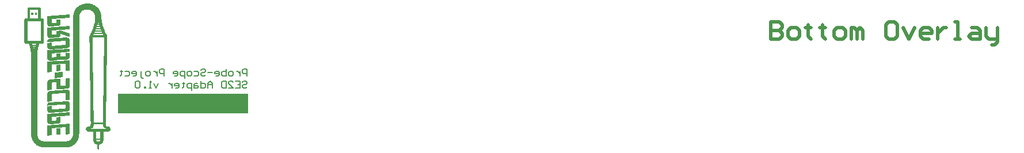
<source format=gbo>
G04 Layer_Color=32896*
%FSLAX25Y25*%
%MOIN*%
G70*
G01*
G75*
%ADD17C,0.02000*%
%ADD31C,0.00800*%
%ADD43R,0.75787X0.11811*%
G36*
X467869Y428079D02*
X468285Y427987D01*
X468702Y427802D01*
X468794Y427709D01*
X468933Y427524D01*
X469118Y427200D01*
X469165Y427015D01*
X469211Y426829D01*
Y423543D01*
Y423497D01*
Y423450D01*
X469165Y423173D01*
X468980Y422849D01*
X468887Y422663D01*
X468702Y422478D01*
X468655D01*
X468609Y422386D01*
X468331Y422247D01*
X467961Y422062D01*
X467452Y421969D01*
X458055Y421367D01*
X457639D01*
X457222Y421460D01*
X456805Y421691D01*
X456759D01*
X456713Y421738D01*
X456528Y421923D01*
X456389Y422200D01*
X456296Y422386D01*
Y422617D01*
Y425070D01*
X458657Y425256D01*
Y423728D01*
Y423682D01*
Y423635D01*
X458749Y423543D01*
X458842Y423450D01*
X458888Y423404D01*
X458935Y423358D01*
X459073Y423311D01*
X459212D01*
X466295Y423774D01*
X466341D01*
X466434Y423821D01*
X466573Y423867D01*
X466711Y424006D01*
X466758D01*
X466804Y424098D01*
X466850Y424191D01*
X466896Y424330D01*
Y425718D01*
Y425765D01*
X466850Y425857D01*
X466804Y425950D01*
X466711Y426089D01*
X466665D01*
X466573Y426135D01*
X466295D01*
X457453Y425533D01*
X456296Y425441D01*
Y426367D01*
Y426413D01*
X456342Y426598D01*
X456435Y426876D01*
X456666Y427107D01*
X456713Y427153D01*
X456898Y427246D01*
X457129Y427339D01*
X457453Y427385D01*
X467452Y428126D01*
X467730D01*
X467869Y428079D01*
D02*
G37*
G36*
X465137Y441874D02*
X460416Y441503D01*
Y444605D01*
X465137Y444929D01*
Y441874D01*
D02*
G37*
G36*
X469211Y419747D02*
X458657Y419006D01*
Y417155D01*
Y417109D01*
Y417062D01*
Y417016D01*
X458703Y416970D01*
X458842Y416831D01*
X458888Y416784D01*
X458935Y416738D01*
X459073Y416692D01*
X459212D01*
X460971Y416784D01*
X461018Y416831D01*
X461064Y416877D01*
X461203D01*
X461295Y416923D01*
X461434Y417016D01*
X461481Y417109D01*
X461527Y417201D01*
X461573Y417340D01*
Y418775D01*
X463934Y418914D01*
Y416553D01*
Y416507D01*
Y416461D01*
X463888Y416229D01*
X463702Y415905D01*
X463610Y415720D01*
X463425Y415535D01*
X463378D01*
X463332Y415442D01*
X463054Y415303D01*
X462684Y415118D01*
X462175Y414979D01*
X458055Y414748D01*
X457639D01*
X457222Y414840D01*
X456990Y414933D01*
X456805Y415072D01*
X456759D01*
X456713Y415118D01*
X456528Y415349D01*
X456389Y415627D01*
X456296Y415812D01*
Y416044D01*
Y420765D01*
X469211Y421645D01*
Y419747D01*
D02*
G37*
G36*
Y469740D02*
X458657Y469000D01*
Y467102D01*
Y467056D01*
Y467009D01*
X458703Y466963D01*
X458842Y466778D01*
X458888Y466731D01*
X458935Y466685D01*
X459073Y466639D01*
X459212D01*
X460971Y466778D01*
X461110D01*
X461203Y466824D01*
X461434Y467009D01*
X461481Y467102D01*
X461527Y467194D01*
X461573Y467287D01*
Y468722D01*
X463934Y468907D01*
X469211Y467380D01*
Y465482D01*
X463934Y467009D01*
Y466546D01*
Y466500D01*
Y466454D01*
X463888Y466222D01*
X463702Y465898D01*
X463610Y465713D01*
X463425Y465528D01*
X463378D01*
X463332Y465435D01*
X463054Y465297D01*
X462684Y465111D01*
X462175Y464972D01*
X458055Y464695D01*
X457777D01*
X457639Y464741D01*
X457222Y464834D01*
X456805Y465065D01*
X456759D01*
X456713Y465111D01*
X456528Y465343D01*
X456389Y465621D01*
X456296Y465806D01*
Y466037D01*
Y470712D01*
X469211Y471638D01*
Y469740D01*
D02*
G37*
G36*
X468285Y464787D02*
X468702Y464602D01*
X468794Y464556D01*
X468933Y464324D01*
X469118Y464047D01*
X469165Y463862D01*
X469211Y463630D01*
Y460297D01*
Y460251D01*
Y460205D01*
X469165Y459973D01*
X468980Y459649D01*
X468887Y459464D01*
X468702Y459325D01*
X468655D01*
X468609Y459233D01*
X468331Y459094D01*
X467961Y458862D01*
X467452Y458723D01*
X458055Y458121D01*
X457639D01*
X457222Y458214D01*
X456805Y458446D01*
X456759D01*
X456713Y458492D01*
X456528Y458677D01*
X456389Y459001D01*
X456296Y459186D01*
Y459371D01*
Y461825D01*
X458657Y462010D01*
Y460482D01*
Y460436D01*
Y460390D01*
X458749Y460297D01*
X458842Y460205D01*
X458888Y460158D01*
X458935Y460112D01*
X459073Y460066D01*
X459212D01*
X466295Y460529D01*
X466341D01*
X466434Y460575D01*
X466711Y460760D01*
X466758D01*
X466804Y460853D01*
X466850Y460945D01*
X466896Y461084D01*
Y462519D01*
Y462565D01*
X466850Y462612D01*
X466804Y462750D01*
X466711Y462843D01*
X466665D01*
X466573Y462889D01*
X466295Y462936D01*
X457453Y462288D01*
X456296Y462195D01*
Y463167D01*
Y463213D01*
X456342Y463399D01*
X456435Y463676D01*
X456666Y463908D01*
X456713Y463954D01*
X456898Y464047D01*
X457129Y464139D01*
X457453Y464232D01*
X467452Y464880D01*
X467869D01*
X468285Y464787D01*
D02*
G37*
G36*
X469211Y436735D02*
Y436689D01*
Y436643D01*
X469165Y436365D01*
X468980Y436041D01*
X468887Y435856D01*
X468702Y435717D01*
X468655D01*
X468609Y435625D01*
X468331Y435486D01*
X467961Y435300D01*
X467452Y435208D01*
X464489Y434976D01*
X463332Y434930D01*
X462453Y434838D01*
X462221D01*
X462036Y434930D01*
X461851Y435023D01*
X461805Y435069D01*
X461712Y435162D01*
X461620Y435300D01*
X461573Y435486D01*
Y438541D01*
Y438587D01*
X461527Y438633D01*
X461481Y438772D01*
X461388Y438865D01*
X461342D01*
X461249Y438911D01*
X461110Y438957D01*
X460971D01*
X459212Y438865D01*
X459166D01*
X459073Y438819D01*
X458842Y438680D01*
X458796Y438633D01*
X458749Y438587D01*
X458703Y438494D01*
X458657Y438356D01*
Y434838D01*
Y434791D01*
X458564Y434653D01*
X458518D01*
X458472Y434606D01*
X458333Y434560D01*
X456296Y434421D01*
Y439096D01*
Y439143D01*
Y439189D01*
X456342Y439467D01*
X456528Y439791D01*
X456620Y439976D01*
X456805Y440161D01*
X456898Y440254D01*
X457129Y440392D01*
X457546Y440578D01*
X458055Y440670D01*
X459212Y440717D01*
X460971Y440855D01*
X462175Y440994D01*
X463054Y441041D01*
X463101D01*
X463286Y440994D01*
X463471Y440948D01*
X463702Y440855D01*
X463749Y440809D01*
X463795Y440717D01*
X463888Y440578D01*
X463934Y440392D01*
Y437291D01*
Y437245D01*
Y437198D01*
X464026Y437106D01*
X464119Y437013D01*
X464165Y436967D01*
X464212Y436921D01*
X464351Y436874D01*
X464489D01*
X466295Y437013D01*
X466434D01*
X466573Y437060D01*
X466711Y437152D01*
X466758Y437198D01*
X466804Y437245D01*
X466850Y437384D01*
X466896Y437523D01*
Y441041D01*
Y441087D01*
X466989Y441226D01*
X467035Y441272D01*
X467174Y441318D01*
X469211Y441457D01*
Y436735D01*
D02*
G37*
G36*
X467869Y434699D02*
X468285Y434606D01*
X468702Y434421D01*
X468794Y434375D01*
X468933Y434143D01*
X469118Y433865D01*
X469165Y433680D01*
X469211Y433449D01*
Y428727D01*
X467174Y428588D01*
X467082D01*
X466989Y428635D01*
X466943Y428681D01*
X466896Y428774D01*
Y432338D01*
Y432384D01*
Y432431D01*
X466850Y432477D01*
X466758Y432569D01*
X466665Y432662D01*
X466619D01*
X466526Y432708D01*
X466295Y432755D01*
X459212Y432292D01*
Y432245D01*
X459073D01*
X459027Y432199D01*
X458796Y432060D01*
X458749Y432014D01*
X458703Y431968D01*
X458657Y431875D01*
Y431736D01*
Y428218D01*
Y428172D01*
X458564Y428079D01*
X458518D01*
X458472Y428033D01*
X458333Y427940D01*
X456296Y427802D01*
Y432523D01*
Y432569D01*
Y432616D01*
X456342Y432894D01*
X456528Y433217D01*
X456620Y433403D01*
X456805Y433588D01*
X456898Y433634D01*
X457129Y433819D01*
X457546Y433958D01*
X458055Y434051D01*
X467452Y434745D01*
X467730D01*
X467869Y434699D01*
D02*
G37*
G36*
X469211Y456548D02*
X458657Y455761D01*
Y453909D01*
Y453863D01*
Y453817D01*
X458749Y453724D01*
X458842Y453631D01*
X458888Y453585D01*
X458935Y453539D01*
X459073Y453492D01*
X459212D01*
X460971Y453631D01*
X461110D01*
X461249Y453678D01*
X461388Y453770D01*
X461434D01*
X461481Y453863D01*
X461527Y453955D01*
X461573Y454094D01*
Y455529D01*
X462453Y455576D01*
X463054Y455622D01*
X463934Y455668D01*
Y454233D01*
Y454187D01*
Y454141D01*
X464026Y454048D01*
X464119Y453955D01*
X464165D01*
X464212Y453909D01*
X464351Y453863D01*
X464489D01*
X466295Y453955D01*
X466341D01*
X466434Y454002D01*
X466711Y454141D01*
X466758Y454187D01*
X466804Y454233D01*
X466850Y454372D01*
X466896Y454511D01*
Y455900D01*
X469211Y456039D01*
Y453724D01*
Y453678D01*
Y453631D01*
X469165Y453354D01*
X468980Y453030D01*
X468887Y452844D01*
X468702Y452659D01*
X468655D01*
X468609Y452567D01*
X468331Y452428D01*
X467961Y452243D01*
X467452Y452150D01*
X464212Y451965D01*
X463656D01*
X463378Y452058D01*
X463286Y452104D01*
X463147Y452150D01*
X462916Y452289D01*
X462730Y452428D01*
X462684Y452382D01*
X462545Y452243D01*
X462360Y452104D01*
X462129Y451965D01*
X462082Y451919D01*
X461897Y451872D01*
X461620Y451780D01*
X461295Y451733D01*
X458055Y451502D01*
X457639D01*
X457222Y451595D01*
X456805Y451826D01*
X456759D01*
X456713Y451872D01*
X456528Y452104D01*
X456389Y452382D01*
X456296Y452567D01*
Y452798D01*
Y457520D01*
X469211Y458399D01*
Y456548D01*
D02*
G37*
G36*
X479950Y484599D02*
X480413Y484553D01*
X480969Y484507D01*
X481524Y484368D01*
X482126Y484229D01*
X482728Y484044D01*
X482774Y483998D01*
X482959Y483951D01*
X483283Y483812D01*
X483607Y483581D01*
X484024Y483350D01*
X484487Y483072D01*
X484950Y482701D01*
X485366Y482331D01*
X485413Y482285D01*
X485551Y482146D01*
X485737Y481868D01*
X485968Y481544D01*
X486246Y481174D01*
X486523Y480711D01*
X486755Y480156D01*
X486986Y479600D01*
Y479507D01*
X487079Y479322D01*
X487125Y478998D01*
X487218Y478582D01*
X487310Y478073D01*
X487403Y477471D01*
X487449Y476869D01*
X487496Y476221D01*
Y476175D01*
Y476128D01*
Y476036D01*
X487542Y475851D01*
X487588Y475573D01*
X487634Y475156D01*
X487727Y474647D01*
X487866Y473953D01*
X487912Y473536D01*
X488005Y473073D01*
Y473027D01*
Y472934D01*
X488051Y472795D01*
X488097Y472610D01*
X488190Y472332D01*
X488282Y472055D01*
X488375Y471685D01*
X488514Y471268D01*
X488699Y470805D01*
X488884Y470250D01*
X489116Y469694D01*
X489347Y469092D01*
X489625Y468444D01*
X489949Y467703D01*
X490736Y466176D01*
Y466130D01*
X490782Y465991D01*
Y465944D01*
Y465898D01*
X490828Y465759D01*
Y465667D01*
Y465482D01*
Y465111D01*
Y464648D01*
Y464093D01*
Y463399D01*
X490782Y462612D01*
Y461778D01*
Y460806D01*
Y459788D01*
Y458723D01*
X490736Y457612D01*
Y455205D01*
X490690Y452706D01*
Y452613D01*
Y452382D01*
Y452058D01*
X490643Y451548D01*
Y450947D01*
Y450206D01*
Y449419D01*
X490597Y448493D01*
Y447521D01*
X490551Y446456D01*
Y445345D01*
Y444188D01*
X490504Y441781D01*
X490458Y439328D01*
Y439235D01*
Y439050D01*
Y438680D01*
Y438217D01*
X490412Y437615D01*
Y436921D01*
Y436134D01*
Y435254D01*
X490366Y434282D01*
Y433264D01*
Y432245D01*
X490319Y431134D01*
Y428820D01*
X490273Y426505D01*
Y426413D01*
Y426228D01*
Y425904D01*
Y425441D01*
X490227Y424932D01*
Y424284D01*
Y423543D01*
Y422756D01*
X490180Y421923D01*
Y421043D01*
X490134Y419099D01*
Y417155D01*
X490088Y415211D01*
Y415118D01*
Y414933D01*
Y414655D01*
X490134Y414377D01*
Y414331D01*
X490180Y414146D01*
X490227Y414007D01*
X490319Y413822D01*
Y413776D01*
X490366Y413729D01*
X490412Y413637D01*
X490504Y413590D01*
X490597Y413544D01*
X490782Y413498D01*
X491152D01*
X491476Y413452D01*
X491893Y413313D01*
X492310Y413035D01*
X492402Y412943D01*
X492588Y412711D01*
X492773Y412387D01*
X492819Y412155D01*
X492865Y411924D01*
Y411878D01*
Y411785D01*
X492773Y411508D01*
X492634Y411183D01*
X492495Y410998D01*
X492310Y410813D01*
X492263D01*
X492217Y410720D01*
X491939Y410582D01*
X491569Y410443D01*
X491060Y410350D01*
X488699D01*
Y405721D01*
Y405675D01*
Y405536D01*
X488653Y405305D01*
X488607Y405073D01*
X488514Y404749D01*
X488421Y404425D01*
X488236Y404101D01*
X488005Y403777D01*
X487958Y403731D01*
X487866Y403638D01*
X487727Y403499D01*
X487496Y403360D01*
X487218Y403175D01*
X486894Y403036D01*
X486570Y402898D01*
X486153Y402805D01*
Y400537D01*
Y400491D01*
Y400444D01*
X486061Y400259D01*
X486014Y400213D01*
X485968Y400166D01*
X485875Y400120D01*
X485644D01*
X485505Y400166D01*
X485413Y400259D01*
X485366D01*
X485320Y400305D01*
X485274Y400398D01*
Y400537D01*
Y402805D01*
X485227D01*
X485088Y402851D01*
X484903Y402898D01*
X484672Y402990D01*
X484394Y403083D01*
X484070Y403268D01*
X483792Y403499D01*
X483515Y403777D01*
X483468Y403823D01*
X483376Y403916D01*
X483283Y404101D01*
X483144Y404332D01*
X483005Y404610D01*
X482867Y404934D01*
X482820Y405305D01*
X482774Y405721D01*
Y410350D01*
X480089D01*
X479950Y410396D01*
X479534Y410535D01*
X479117Y410813D01*
X479071D01*
X479025Y410906D01*
X478839Y411091D01*
X478654Y411461D01*
X478562Y411693D01*
Y411924D01*
Y411970D01*
Y412017D01*
X478608Y412294D01*
X478793Y412665D01*
X478932Y412850D01*
X479117Y413035D01*
X479210Y413128D01*
X479441Y413267D01*
X479858Y413405D01*
X480367Y413498D01*
X480598D01*
X480784Y413544D01*
X480922Y413590D01*
X480969Y413637D01*
X481015Y413683D01*
X481108Y413822D01*
Y413868D01*
X481154Y413961D01*
X481200Y414146D01*
X481293Y414377D01*
Y414424D01*
Y414609D01*
X481339Y414887D01*
Y415211D01*
Y415257D01*
Y415442D01*
Y415720D01*
Y416090D01*
X481293Y416599D01*
Y417155D01*
Y417803D01*
Y418543D01*
X481246Y419331D01*
Y420210D01*
Y421136D01*
X481200Y422108D01*
Y423173D01*
Y424237D01*
X481154Y426505D01*
Y426598D01*
Y426783D01*
Y427107D01*
Y427570D01*
X481108Y428126D01*
Y428820D01*
Y429561D01*
Y430440D01*
X481061Y431366D01*
Y432338D01*
Y433403D01*
X481015Y434514D01*
Y436874D01*
X480969Y439328D01*
Y439420D01*
Y439606D01*
Y439976D01*
X480922Y440485D01*
Y441087D01*
Y441781D01*
Y442568D01*
X480876Y443494D01*
Y444466D01*
X480830Y445484D01*
Y446595D01*
Y447753D01*
X480784Y450206D01*
X480737Y452706D01*
Y452798D01*
Y453030D01*
Y453354D01*
Y453863D01*
X480691Y454465D01*
Y455159D01*
Y455992D01*
Y456872D01*
Y457844D01*
X480645Y458862D01*
Y459927D01*
Y461084D01*
X480598Y463399D01*
Y465759D01*
Y465806D01*
X480645Y465991D01*
Y466037D01*
X480691Y466176D01*
X480737Y466268D01*
X480830Y466454D01*
X480969Y466778D01*
X481200Y467148D01*
X481385Y467611D01*
X481663Y468120D01*
X482126Y469185D01*
X482172Y469231D01*
X482219Y469416D01*
X482311Y469694D01*
X482450Y470018D01*
X482635Y470388D01*
X482774Y470805D01*
X483052Y471685D01*
X483098Y471731D01*
Y471777D01*
X483144Y471870D01*
X483191Y472055D01*
X483283Y472425D01*
X483422Y472842D01*
X483561Y473305D01*
X483653Y473768D01*
X483746Y474277D01*
X483839Y474740D01*
Y474786D01*
Y474925D01*
X483885Y475110D01*
Y475341D01*
X483931Y475804D01*
Y476036D01*
Y476175D01*
Y476221D01*
Y476267D01*
Y476406D01*
Y476684D01*
X483885Y476962D01*
X483792Y477656D01*
X483607Y478397D01*
Y478443D01*
X483561Y478535D01*
X483468Y478721D01*
X483376Y478906D01*
X483098Y479369D01*
X482774Y479832D01*
X482728Y479878D01*
X482681Y479924D01*
X482404Y480156D01*
X481941Y480480D01*
X481385Y480757D01*
X481339D01*
X481246Y480804D01*
X481061Y480850D01*
X480830Y480896D01*
X480506Y480989D01*
X480135Y481035D01*
X479765Y481081D01*
X478886D01*
X478562Y481035D01*
X477914Y480942D01*
X477266Y480757D01*
X477219D01*
X477127Y480711D01*
X476988Y480618D01*
X476756Y480526D01*
X476293Y480248D01*
X475831Y479832D01*
X475784Y479785D01*
X475738Y479739D01*
X475645Y479600D01*
X475506Y479461D01*
X475229Y478998D01*
X474997Y478397D01*
Y478350D01*
X474951Y478211D01*
X474905Y478026D01*
X474812Y477795D01*
X474766Y477471D01*
X474719Y477100D01*
X474673Y476221D01*
Y409610D01*
Y409517D01*
Y409286D01*
X474627Y408961D01*
X474581Y408545D01*
X474534Y408036D01*
X474442Y407480D01*
X474303Y406879D01*
X474118Y406277D01*
X474072Y406184D01*
X474025Y405999D01*
X473886Y405721D01*
X473701Y405351D01*
X473470Y404934D01*
X473192Y404471D01*
X472868Y404008D01*
X472498Y403592D01*
X472451Y403546D01*
X472312Y403407D01*
X472081Y403175D01*
X471757Y402898D01*
X471340Y402620D01*
X470878Y402342D01*
X470368Y402018D01*
X469813Y401787D01*
X469720Y401740D01*
X469535Y401694D01*
X469211Y401601D01*
X468794Y401463D01*
X468285Y401370D01*
X467730Y401277D01*
X467082Y401231D01*
X466434Y401185D01*
X454630D01*
X454306Y401231D01*
X453843Y401277D01*
X453334Y401324D01*
X452778Y401416D01*
X452223Y401601D01*
X451621Y401787D01*
X451528Y401833D01*
X451343Y401879D01*
X451065Y402018D01*
X450695Y402249D01*
X450278Y402481D01*
X449816Y402805D01*
X449353Y403175D01*
X448936Y403592D01*
X448890Y403638D01*
X448751Y403777D01*
X448566Y404008D01*
X448334Y404332D01*
X448057Y404749D01*
X447779Y405212D01*
X447547Y405721D01*
X447316Y406277D01*
X447270Y406369D01*
X447223Y406554D01*
X447131Y406879D01*
X447038Y407295D01*
X446945Y407758D01*
X446853Y408360D01*
X446760Y408961D01*
Y409610D01*
Y455622D01*
Y455668D01*
Y455714D01*
Y455853D01*
Y456039D01*
Y456085D01*
X446714Y456224D01*
Y456409D01*
X446668Y456686D01*
Y456779D01*
X446622Y456964D01*
X446575Y457242D01*
X446529Y457612D01*
Y457705D01*
X446483Y457936D01*
X446390Y458307D01*
X446298Y458723D01*
Y458770D01*
X446251Y458816D01*
X446205Y459094D01*
X446112Y459464D01*
X445973Y459927D01*
Y459973D01*
X445927Y460019D01*
X445835Y460297D01*
X445696Y460760D01*
X445510Y461269D01*
X443751D01*
X443613Y461315D01*
X443428Y461362D01*
X443196Y461547D01*
X443150Y461593D01*
X443057Y461732D01*
X442965Y461917D01*
X442918Y462149D01*
Y475203D01*
Y475249D01*
X442965Y475434D01*
X443011Y475619D01*
X443196Y475851D01*
X443242Y475897D01*
X443381Y475943D01*
X443566Y476036D01*
X443798Y476082D01*
X444770D01*
Y481729D01*
Y481776D01*
X444816Y481915D01*
X444863Y482100D01*
X445001Y482285D01*
X445048Y482331D01*
X445140Y482377D01*
X445279Y482424D01*
X445464Y482470D01*
X451713D01*
X451852Y482424D01*
X451991Y482377D01*
X452176Y482285D01*
X452223Y482239D01*
X452269Y482146D01*
X452315Y481961D01*
X452361Y481729D01*
Y476082D01*
X453334D01*
X453519Y476036D01*
X453704Y475989D01*
X453935Y475851D01*
X453982Y475804D01*
X454074Y475665D01*
X454167Y475480D01*
X454213Y475203D01*
Y462149D01*
Y462102D01*
X454167Y461964D01*
X454074Y461778D01*
X453935Y461547D01*
X453889Y461501D01*
X453750Y461408D01*
X453565Y461315D01*
X453287Y461269D01*
X451621D01*
Y461223D01*
X451575Y461130D01*
X451528Y460991D01*
X451436Y460806D01*
X451297Y460390D01*
X451158Y459927D01*
Y459880D01*
X451112Y459834D01*
X451065Y459510D01*
X450926Y459140D01*
X450834Y458723D01*
Y458677D01*
X450788Y458631D01*
X450741Y458353D01*
X450649Y457983D01*
X450556Y457612D01*
Y457566D01*
X450510Y457520D01*
X450464Y457288D01*
X450417Y457011D01*
X450371Y456686D01*
Y456640D01*
X450325Y456455D01*
Y456270D01*
Y456039D01*
Y455992D01*
Y455900D01*
Y455761D01*
Y455622D01*
Y409610D01*
Y409563D01*
Y409378D01*
Y409147D01*
X450371Y408869D01*
X450464Y408175D01*
X450649Y407480D01*
Y407434D01*
X450695Y407341D01*
X450788Y407156D01*
X450880Y406971D01*
X451158Y406462D01*
X451528Y405999D01*
Y405953D01*
X451621Y405906D01*
X451899Y405675D01*
X452315Y405397D01*
X452871Y405120D01*
X452917D01*
X453010Y405073D01*
X453195Y404981D01*
X453426Y404934D01*
X453750Y404842D01*
X454120Y404795D01*
X454491Y404749D01*
X466896D01*
X467174Y404795D01*
X467869Y404888D01*
X468563Y405120D01*
X468609D01*
X468702Y405166D01*
X468841Y405258D01*
X469026Y405351D01*
X469489Y405629D01*
X469905Y405999D01*
Y406045D01*
X469998Y406091D01*
X470090Y406230D01*
X470229Y406416D01*
X470507Y406879D01*
X470785Y407480D01*
Y407526D01*
X470831Y407619D01*
X470878Y407804D01*
X470924Y408082D01*
X471016Y408406D01*
X471063Y408730D01*
X471109Y409147D01*
Y409610D01*
Y476221D01*
Y476313D01*
Y476499D01*
X471155Y476869D01*
Y477286D01*
X471248Y477795D01*
X471340Y478397D01*
X471479Y478998D01*
X471664Y479600D01*
Y479646D01*
X471757Y479878D01*
X471896Y480156D01*
X472035Y480526D01*
X472266Y480942D01*
X472544Y481405D01*
X472868Y481868D01*
X473238Y482331D01*
X473284Y482377D01*
X473423Y482516D01*
X473655Y482701D01*
X473979Y482979D01*
X474396Y483257D01*
X474858Y483535D01*
X475368Y483812D01*
X475923Y484044D01*
X476016Y484090D01*
X476201Y484136D01*
X476525Y484229D01*
X476941Y484322D01*
X477451Y484460D01*
X478006Y484553D01*
X478654Y484599D01*
X479302Y484646D01*
X479626D01*
X479950Y484599D01*
D02*
G37*
G36*
X469211Y445716D02*
X467174Y445577D01*
X467035D01*
X466989Y445623D01*
X466943Y445670D01*
X466896Y445716D01*
Y445762D01*
Y449743D01*
X458657Y449188D01*
Y445160D01*
Y445114D01*
X458564Y445021D01*
X458518Y444975D01*
X458379Y444929D01*
X458333D01*
X456296Y444790D01*
Y449049D01*
Y450947D01*
X469211Y451826D01*
Y445716D01*
D02*
G37*
G36*
X463934Y408823D02*
X461573Y408591D01*
Y412248D01*
X463934Y412433D01*
Y408823D01*
D02*
G37*
G36*
Y445577D02*
X461573Y445345D01*
Y449049D01*
X463934Y449234D01*
Y445577D01*
D02*
G37*
G36*
X469211Y476313D02*
X458657Y475573D01*
Y473675D01*
Y473629D01*
Y473582D01*
X458703Y473536D01*
X458842Y473351D01*
X458888D01*
X458935Y473305D01*
X459212D01*
X460971Y473397D01*
X461110D01*
X461203Y473444D01*
X461434Y473582D01*
X461481Y473675D01*
X461527Y473768D01*
X461573Y473906D01*
Y475341D01*
X463934Y475480D01*
Y473166D01*
Y473119D01*
Y473073D01*
X463888Y472795D01*
X463702Y472471D01*
X463610Y472286D01*
X463425Y472101D01*
X463378D01*
X463332Y472009D01*
X463054Y471870D01*
X462684Y471685D01*
X462175Y471592D01*
X458055Y471314D01*
X457639D01*
X457222Y471407D01*
X456990Y471499D01*
X456805Y471638D01*
X456759D01*
X456713Y471685D01*
X456528Y471916D01*
X456389Y472194D01*
X456296Y472379D01*
Y472610D01*
Y477286D01*
X469211Y478211D01*
Y476313D01*
D02*
G37*
G36*
Y408915D02*
X467174Y408730D01*
X467128D01*
X466989Y408823D01*
X466943Y408869D01*
X466896Y408961D01*
Y409008D01*
Y412989D01*
X458657Y412433D01*
Y408406D01*
Y408360D01*
X458564Y408267D01*
X458518Y408221D01*
X458379Y408175D01*
X458333D01*
X456296Y408036D01*
Y412248D01*
Y414100D01*
X469211Y415072D01*
Y408915D01*
D02*
G37*
%LPC*%
G36*
X486894Y410350D02*
X484533D01*
Y406416D01*
X486894D01*
Y410350D01*
D02*
G37*
G36*
Y405814D02*
X484533D01*
Y405721D01*
Y405629D01*
X484579Y405443D01*
X484672Y405212D01*
X484903Y404934D01*
X484950Y404888D01*
X485135Y404749D01*
X485413Y404610D01*
X485737Y404564D01*
X485829D01*
X486014Y404610D01*
X486292Y404703D01*
X486570Y404934D01*
X486616Y404981D01*
X486709Y405166D01*
X486847Y405397D01*
X486894Y405721D01*
Y405814D01*
D02*
G37*
G36*
X489069Y465111D02*
X482357D01*
Y465019D01*
Y464834D01*
Y464509D01*
Y464047D01*
Y463491D01*
X482404Y462797D01*
Y462056D01*
Y461223D01*
Y460297D01*
X482450Y459279D01*
Y458260D01*
Y457149D01*
X482496Y454835D01*
Y452382D01*
Y452289D01*
Y452104D01*
Y451733D01*
Y451271D01*
X482543Y450669D01*
Y449974D01*
Y449188D01*
Y448308D01*
X482589Y447336D01*
Y446318D01*
Y445253D01*
X482635Y444142D01*
X482681Y441827D01*
X482728Y439420D01*
Y439328D01*
Y439143D01*
Y438772D01*
Y438309D01*
Y437754D01*
X482774Y437060D01*
Y436319D01*
Y435439D01*
X482820Y434514D01*
Y433541D01*
Y432523D01*
Y431459D01*
X482867Y429237D01*
X482913Y426968D01*
Y426876D01*
Y426691D01*
Y426367D01*
Y425950D01*
Y425394D01*
X482959Y424793D01*
Y424052D01*
Y423311D01*
X483005Y422478D01*
Y421599D01*
Y419701D01*
X483052Y417757D01*
X483098Y415812D01*
X488375D01*
Y415859D01*
Y416044D01*
Y416322D01*
Y416692D01*
Y417155D01*
X488421Y417757D01*
Y418405D01*
Y419099D01*
X488468Y419932D01*
Y420765D01*
Y421691D01*
Y422663D01*
X488514Y423682D01*
Y424746D01*
X488560Y426968D01*
Y427015D01*
Y427246D01*
Y427570D01*
Y427987D01*
Y428542D01*
X488607Y429190D01*
Y429931D01*
Y430764D01*
X488653Y431690D01*
Y432662D01*
Y433680D01*
Y434745D01*
X488699Y437060D01*
X488745Y439420D01*
Y439513D01*
Y439698D01*
Y440068D01*
Y440531D01*
Y441087D01*
X488792Y441781D01*
Y442568D01*
Y443448D01*
X488838Y444373D01*
Y445392D01*
Y446456D01*
Y447567D01*
X488884Y449928D01*
X488931Y452382D01*
Y452474D01*
Y452659D01*
Y453030D01*
Y453492D01*
Y454094D01*
X488977Y454789D01*
Y455576D01*
Y456455D01*
Y457381D01*
X489023Y458399D01*
Y459418D01*
Y460529D01*
X489069Y462797D01*
Y465111D01*
D02*
G37*
G36*
X488375Y414516D02*
X483098D01*
Y414470D01*
X483052Y414285D01*
Y414100D01*
X483005Y413822D01*
Y413729D01*
X482913Y413544D01*
X482867Y413313D01*
X482728Y412989D01*
X482681Y412943D01*
X482543Y412804D01*
X482357Y412618D01*
X482033Y412480D01*
X481941Y412433D01*
X481756Y412341D01*
X481478Y412202D01*
X481154Y412109D01*
X490273D01*
X490180Y412155D01*
X489995Y412202D01*
X489764Y412341D01*
X489440Y412480D01*
X489347Y412526D01*
X489162Y412618D01*
X488931Y412757D01*
X488745Y412989D01*
X488699Y413081D01*
X488653Y413267D01*
X488560Y413498D01*
X488514Y413822D01*
Y413868D01*
X488468Y414053D01*
X488421Y414285D01*
X488375Y414516D01*
D02*
G37*
G36*
X486801Y470897D02*
X484672D01*
Y470851D01*
X484626Y470805D01*
X484579Y470620D01*
Y470574D01*
X484533Y470481D01*
X484394Y470250D01*
X486986D01*
Y470296D01*
X486940Y470342D01*
X486894Y470620D01*
X486847Y470712D01*
X486801Y470897D01*
D02*
G37*
G36*
X487264Y469648D02*
X484209D01*
Y469601D01*
X484163Y469555D01*
X484070Y469324D01*
Y469277D01*
X484024Y469231D01*
X483931Y469000D01*
X487496D01*
X487449Y469092D01*
X487403Y469324D01*
X487357Y469416D01*
X487264Y469648D01*
D02*
G37*
G36*
X486292Y472240D02*
X485181D01*
X484903Y471546D01*
X486523D01*
X486292Y472240D01*
D02*
G37*
G36*
X450926Y481035D02*
X446205D01*
Y476082D01*
X450926D01*
Y481035D01*
D02*
G37*
G36*
X485737Y473582D02*
X485459Y472842D01*
X486014D01*
X485737Y473582D01*
D02*
G37*
G36*
X487773Y468352D02*
X483700D01*
Y468305D01*
X483653Y468259D01*
X483561Y468028D01*
Y467981D01*
X483515Y467935D01*
X483376Y467657D01*
X488097D01*
X488051Y467703D01*
X488005Y467796D01*
X487912Y468028D01*
X487866Y468120D01*
X487773Y468352D01*
D02*
G37*
G36*
X449306Y460112D02*
X447779D01*
X448010Y459603D01*
X449121D01*
X449306Y460112D01*
D02*
G37*
G36*
X448890Y459047D02*
X448242D01*
X448519Y458260D01*
X448890Y459047D01*
D02*
G37*
G36*
X449723Y461269D02*
X447362D01*
Y461223D01*
X447408Y461177D01*
X447455Y461038D01*
Y460991D01*
X447501Y460945D01*
X447547Y460760D01*
X449538D01*
Y460853D01*
X449630Y461038D01*
X449677Y461084D01*
X449723Y461269D01*
D02*
G37*
G36*
X488375Y467056D02*
X483098D01*
Y467009D01*
X483052Y466963D01*
X482959Y466778D01*
Y466731D01*
X482913Y466639D01*
X482820Y466407D01*
X488653D01*
Y466454D01*
X488607Y466500D01*
X488514Y466778D01*
X488468Y466870D01*
X488375Y467056D01*
D02*
G37*
G36*
X452408Y474323D02*
X444677D01*
Y463028D01*
X452408D01*
Y474323D01*
D02*
G37*
%LPD*%
G36*
X450278Y478119D02*
X449029D01*
Y479183D01*
X450278D01*
Y478119D01*
D02*
G37*
G36*
X448057D02*
X446760D01*
Y479183D01*
X448057D01*
Y478119D01*
D02*
G37*
D17*
X875000Y473997D02*
Y464000D01*
X879998D01*
X881664Y465666D01*
Y467332D01*
X879998Y468998D01*
X875000D01*
X879998D01*
X881664Y470665D01*
Y472331D01*
X879998Y473997D01*
X875000D01*
X886663Y464000D02*
X889995D01*
X891661Y465666D01*
Y468998D01*
X889995Y470665D01*
X886663D01*
X884997Y468998D01*
Y465666D01*
X886663Y464000D01*
X896660Y472331D02*
Y470665D01*
X894993D01*
X898326D01*
X896660D01*
Y465666D01*
X898326Y464000D01*
X904990Y472331D02*
Y470665D01*
X903324D01*
X906656D01*
X904990D01*
Y465666D01*
X906656Y464000D01*
X913321D02*
X916653D01*
X918319Y465666D01*
Y468998D01*
X916653Y470665D01*
X913321D01*
X911655Y468998D01*
Y465666D01*
X913321Y464000D01*
X921652D02*
Y470665D01*
X923318D01*
X924984Y468998D01*
Y464000D01*
Y468998D01*
X926650Y470665D01*
X928316Y468998D01*
Y464000D01*
X946644Y473997D02*
X943311D01*
X941645Y472331D01*
Y465666D01*
X943311Y464000D01*
X946644D01*
X948310Y465666D01*
Y472331D01*
X946644Y473997D01*
X951642Y470665D02*
X954974Y464000D01*
X958306Y470665D01*
X966637Y464000D02*
X963305D01*
X961639Y465666D01*
Y468998D01*
X963305Y470665D01*
X966637D01*
X968303Y468998D01*
Y467332D01*
X961639D01*
X971635Y470665D02*
Y464000D01*
Y467332D01*
X973302Y468998D01*
X974968Y470665D01*
X976634D01*
X981632Y464000D02*
X984964D01*
X983298D01*
Y473997D01*
X981632D01*
X991629Y470665D02*
X994961D01*
X996627Y468998D01*
Y464000D01*
X991629D01*
X989963Y465666D01*
X991629Y467332D01*
X996627D01*
X999960Y470665D02*
Y465666D01*
X1001626Y464000D01*
X1006624D01*
Y462334D01*
X1004958Y460668D01*
X1003292D01*
X1006624Y464000D02*
Y470665D01*
D31*
X571654Y442520D02*
Y446518D01*
X569654D01*
X568988Y445852D01*
Y444519D01*
X569654Y443853D01*
X571654D01*
X567655Y445186D02*
Y442520D01*
Y443853D01*
X566988Y444519D01*
X566322Y445186D01*
X565656D01*
X562990Y442520D02*
X561657D01*
X560990Y443186D01*
Y444519D01*
X561657Y445186D01*
X562990D01*
X563656Y444519D01*
Y443186D01*
X562990Y442520D01*
X559657Y446518D02*
Y442520D01*
X557658D01*
X556992Y443186D01*
Y443853D01*
Y444519D01*
X557658Y445186D01*
X559657D01*
X553659Y442520D02*
X554992D01*
X555659Y443186D01*
Y444519D01*
X554992Y445186D01*
X553659D01*
X552993Y444519D01*
Y443853D01*
X555659D01*
X551660Y444519D02*
X548994D01*
X544995Y445852D02*
X545662Y446518D01*
X546995D01*
X547661Y445852D01*
Y445186D01*
X546995Y444519D01*
X545662D01*
X544995Y443853D01*
Y443186D01*
X545662Y442520D01*
X546995D01*
X547661Y443186D01*
X540997Y445186D02*
X542996D01*
X543663Y444519D01*
Y443186D01*
X542996Y442520D01*
X540997D01*
X538997D02*
X537665D01*
X536998Y443186D01*
Y444519D01*
X537665Y445186D01*
X538997D01*
X539664Y444519D01*
Y443186D01*
X538997Y442520D01*
X535665Y441187D02*
Y445186D01*
X533666D01*
X532999Y444519D01*
Y443186D01*
X533666Y442520D01*
X535665D01*
X529667D02*
X531000D01*
X531667Y443186D01*
Y444519D01*
X531000Y445186D01*
X529667D01*
X529001Y444519D01*
Y443853D01*
X531667D01*
X523669Y442520D02*
Y446518D01*
X521670D01*
X521003Y445852D01*
Y444519D01*
X521670Y443853D01*
X523669D01*
X519670Y445186D02*
Y442520D01*
Y443853D01*
X519004Y444519D01*
X518337Y445186D01*
X517671D01*
X515005Y442520D02*
X513672D01*
X513006Y443186D01*
Y444519D01*
X513672Y445186D01*
X515005D01*
X515672Y444519D01*
Y443186D01*
X515005Y442520D01*
X511673Y441187D02*
X511006D01*
X510340Y441853D01*
Y445186D01*
X505675Y442520D02*
X507008D01*
X507674Y443186D01*
Y444519D01*
X507008Y445186D01*
X505675D01*
X505008Y444519D01*
Y443853D01*
X507674D01*
X501010Y445186D02*
X503009D01*
X503676Y444519D01*
Y443186D01*
X503009Y442520D01*
X501010D01*
X499010Y445852D02*
Y445186D01*
X499677D01*
X498344D01*
X499010D01*
Y443186D01*
X498344Y442520D01*
X568988Y438962D02*
X569654Y439629D01*
X570987D01*
X571654Y438962D01*
Y438296D01*
X570987Y437629D01*
X569654D01*
X568988Y436963D01*
Y436296D01*
X569654Y435630D01*
X570987D01*
X571654Y436296D01*
X564989Y439629D02*
X567655D01*
Y435630D01*
X564989D01*
X567655Y437629D02*
X566322D01*
X560990Y435630D02*
X563656D01*
X560990Y438296D01*
Y438962D01*
X561657Y439629D01*
X562990D01*
X563656Y438962D01*
X559657Y439629D02*
Y435630D01*
X557658D01*
X556992Y436296D01*
Y438962D01*
X557658Y439629D01*
X559657D01*
X551660Y435630D02*
Y438296D01*
X550327Y439629D01*
X548994Y438296D01*
Y435630D01*
Y437629D01*
X551660D01*
X544995Y439629D02*
Y435630D01*
X546995D01*
X547661Y436296D01*
Y437629D01*
X546995Y438296D01*
X544995D01*
X542996D02*
X541663D01*
X540997Y437629D01*
Y435630D01*
X542996D01*
X543663Y436296D01*
X542996Y436963D01*
X540997D01*
X539664Y434297D02*
Y438296D01*
X537665D01*
X536998Y437629D01*
Y436296D01*
X537665Y435630D01*
X539664D01*
X534999Y438962D02*
Y438296D01*
X535665D01*
X534332D01*
X534999D01*
Y436296D01*
X534332Y435630D01*
X530334D02*
X531667D01*
X532333Y436296D01*
Y437629D01*
X531667Y438296D01*
X530334D01*
X529667Y437629D01*
Y436963D01*
X532333D01*
X528334Y438296D02*
Y435630D01*
Y436963D01*
X527668Y437629D01*
X527001Y438296D01*
X526335D01*
X520337D02*
X519004Y435630D01*
X517671Y438296D01*
X516338Y435630D02*
X515005D01*
X515672D01*
Y439629D01*
X516338Y438962D01*
X513006Y435630D02*
Y436296D01*
X512339D01*
Y435630D01*
X513006D01*
X509674Y438962D02*
X509007Y439629D01*
X507674D01*
X507008Y438962D01*
Y436296D01*
X507674Y435630D01*
X509007D01*
X509674Y436296D01*
Y438962D01*
D43*
X534744Y426772D02*
D03*
M02*

</source>
